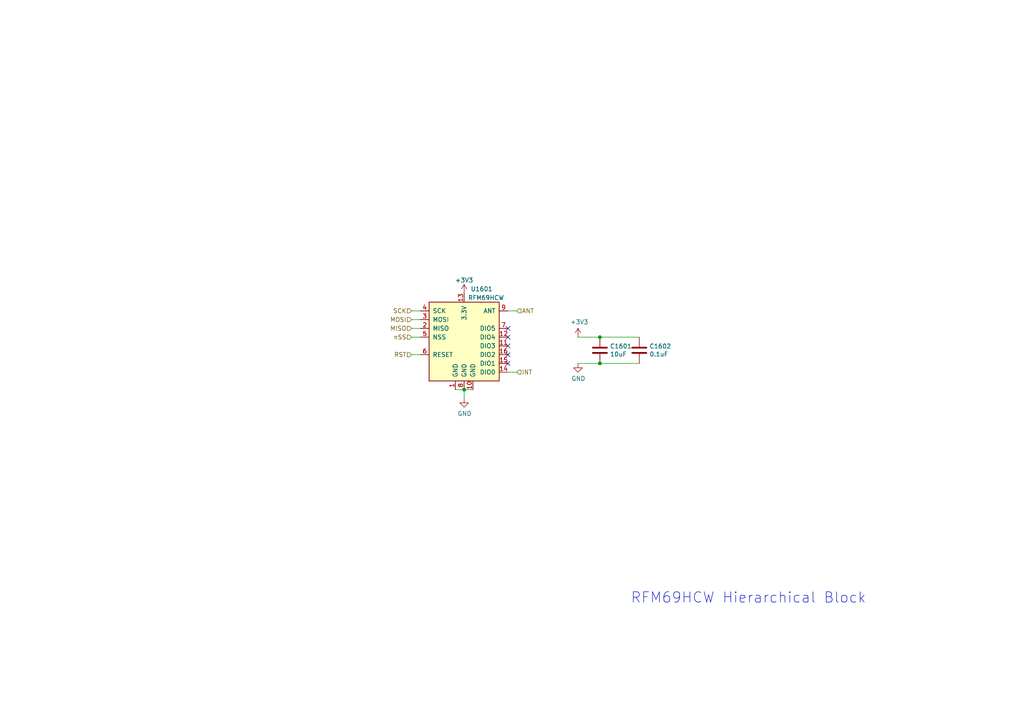
<source format=kicad_sch>
(kicad_sch (version 20211123) (generator eeschema)
  (paper "A4")
  (lib_symbols
    (symbol "Device:C" (pin_numbers hide) (pin_names (offset 0.254))
      (property "Reference" "C" (at 0.635 2.54 0))
      (property "Value" "C" (at 0.635 -2.54 0))
      (symbol "C_0_1"
        (polyline (pts (xy -2.032 -0.762) (xy 2.032 -0.762)) (stroke (width 0.508)))
        (polyline (pts (xy -2.032 0.762) (xy 2.032 0.762)) (stroke (width 0.508)))
      )
      (symbol "C_1_1"
        (pin passive line (at 0 3.81 270) (length 2.794) (name "~") (number "1"))
        (pin passive line (at 0 -3.81 90) (length 2.794) (name "~") (number "2"))
      )
    )
    (symbol "RF_Module:RFM69HCW" (pin_names (offset 1.016))
      (property "Reference" "U" (at -10.414 11.684 0))
      (property "Value" "RFM69HCW" (at 1.524 11.43 0))
      (symbol "RFM69HCW_0_1"
        (rectangle (start -10.16 10.16) (end 10.16 -12.7) (stroke (width 0.254)) (fill (type background)))
      )
      (symbol "RFM69HCW_1_1"
        (pin power_in line (at -2.54 -15.24 90) (length 2.54) (name "GND") (number "1"))
        (pin power_in line (at 2.54 -15.24 90) (length 2.54) (name "GND") (number "10"))
        (pin bidirectional line (at 12.7 -2.54 180) (length 2.54) (name "DIO3") (number "11"))
        (pin bidirectional line (at 12.7 0 180) (length 2.54) (name "DIO4") (number "12"))
        (pin power_in line (at 0 12.7 270) (length 2.54) (name "3.3V") (number "13"))
        (pin bidirectional line (at 12.7 -10.16 180) (length 2.54) (name "DIO0") (number "14"))
        (pin bidirectional line (at 12.7 -7.62 180) (length 2.54) (name "DIO1") (number "15"))
        (pin bidirectional line (at 12.7 -5.08 180) (length 2.54) (name "DIO2") (number "16"))
        (pin output line (at -12.7 2.54 0) (length 2.54) (name "MISO") (number "2"))
        (pin input line (at -12.7 5.08 0) (length 2.54) (name "MOSI") (number "3"))
        (pin input line (at -12.7 7.62 0) (length 2.54) (name "SCK") (number "4"))
        (pin input line (at -12.7 0 0) (length 2.54) (name "NSS") (number "5"))
        (pin bidirectional line (at -12.7 -5.08 0) (length 2.54) (name "RESET") (number "6"))
        (pin bidirectional line (at 12.7 2.54 180) (length 2.54) (name "DIO5") (number "7"))
        (pin power_in line (at 0 -15.24 90) (length 2.54) (name "GND") (number "8"))
        (pin bidirectional line (at 12.7 7.62 180) (length 2.54) (name "ANT") (number "9"))
      )
    )
    (symbol "power:+3.3V" (power) (pin_names (offset 0))
      (property "Value" "+3.3V" (at 0 3.556 0))
      (symbol "+3.3V_0_1"
        (polyline (pts (xy -0.762 1.27) (xy 0 2.54)))
        (polyline (pts (xy 0 0) (xy 0 2.54)))
        (polyline (pts (xy 0 2.54) (xy 0.762 1.27)))
      )
      (symbol "+3.3V_1_1"
        (pin power_in line (at 0 0 90) (length 0) hide (name "+3V3") (number "1"))
      )
    )
    (symbol "power:GND" (power) (pin_names (offset 0))
      (property "Value" "GND" (at 0 -3.81 0))
      (symbol "GND_0_1"
        (polyline (pts (xy 0 0) (xy 0 -1.27) (xy 1.27 -1.27) (xy 0 -2.54) (xy -1.27 -1.27) (xy 0 -1.27)))
      )
      (symbol "GND_1_1"
        (pin power_in line (at 0 0 270) (length 0) hide (name "GND") (number "1"))
      )
    )
  )
  (junction (at 173.99 97.79))
  (junction (at 134.62 113.03))
  (junction (at 173.99 105.41))
  (no_connect (at 147.32 102.87))
  (no_connect (at 147.32 100.33))
  (no_connect (at 147.32 95.25))
  (no_connect (at 147.32 105.41))
  (no_connect (at 147.32 97.79))
  (wire (pts (xy 173.99 105.41) (xy 167.64 105.41)))
  (wire (pts (xy 134.62 113.03) (xy 132.08 113.03)))
  (wire (pts (xy 121.92 97.79) (xy 119.38 97.79)))
  (wire (pts (xy 173.99 97.79) (xy 185.42 97.79)))
  (wire (pts (xy 149.86 90.17) (xy 147.32 90.17)))
  (wire (pts (xy 119.38 102.87) (xy 121.92 102.87)))
  (wire (pts (xy 119.38 95.25) (xy 121.92 95.25)))
  (wire (pts (xy 134.62 115.57) (xy 134.62 113.03)))
  (wire (pts (xy 149.86 107.95) (xy 147.32 107.95)))
  (wire (pts (xy 167.64 97.79) (xy 173.99 97.79)))
  (wire (pts (xy 121.92 92.71) (xy 119.38 92.71)))
  (wire (pts (xy 119.38 90.17) (xy 121.92 90.17)))
  (wire (pts (xy 137.16 113.03) (xy 134.62 113.03)))
  (wire (pts (xy 173.99 105.41) (xy 185.42 105.41)))
  (text "RFM69HCW Hierarchical Block\n" (at 182.88 175.26 0) (effects (font (size 2.9972 2.9972)) (justify left bottom)))
  (hierarchical_label "MISO" (shape input) (at 119.38 95.25 180))
  (hierarchical_label "ANT" (shape input) (at 149.86 90.17 0))
  (hierarchical_label "RST" (shape input) (at 119.38 102.87 180))
  (hierarchical_label "nSS" (shape input) (at 119.38 97.79 180))
  (hierarchical_label "MOSI" (shape input) (at 119.38 92.71 180))
  (hierarchical_label "SCK" (shape input) (at 119.38 90.17 180))
  (hierarchical_label "INT" (shape input) (at 149.86 107.95 0))
  (symbol (lib_id "power:+3.3V") (at 167.64 97.79 0) (unit 1)
    (property "Reference" "#PWR01603" (effects hide))
    (property "Value" "+3.3V" (at 168.021 93.3958 0))
  )
  (symbol (lib_id "Device:C") (at 173.99 101.6 0) (unit 1)
    (property "Reference" "C1601" (at 176.911 100.4316 0) (effects (justify left)))
    (property "Value" "10uF" (at 176.911 102.743 0) (effects (justify left)))
    (property "Footprint" "Capacitor_SMD:C_0603_1608Metric" (effects hide))
    (property "DIGIKEY" "490-13248-1-ND" (effects hide))
    (property "MANF" "GRM188R6YA106MA73D" (effects hide))
  )
  (symbol (lib_id "Device:C") (at 185.42 101.6 0) (unit 1)
    (property "Reference" "C1602" (at 188.341 100.4316 0) (effects (justify left)))
    (property "Value" "0.1uF" (at 188.341 102.743 0) (effects (justify left)))
    (property "Footprint" "Capacitor_SMD:C_0603_1608Metric" (effects hide))
    (property "DIGIKEY" "399-1100-1-ND" (effects hide))
    (property "MANF" "C0603C104Z3VACTU" (effects hide))
  )
  (symbol (lib_id "power:GND") (at 167.64 105.41 0) (unit 1)
    (property "Reference" "#PWR01604" (effects hide))
    (property "Value" "GND" (at 167.767 109.8042 0))
  )
  (symbol (lib_id "power:+3.3V") (at 134.62 85.09 0) (unit 1)
    (property "Reference" "#PWR01601" (effects hide))
    (property "Value" "+3.3V" (at 134.62 81.28 0))
  )
  (symbol (lib_id "power:GND") (at 134.62 115.57 0) (unit 1)
    (property "Reference" "#PWR01602" (effects hide))
    (property "Value" "GND" (at 134.747 119.9642 0))
  )
  (symbol (lib_id "RF_Module:RFM69HCW") (at 134.62 97.79 0) (unit 1)
    (property "Reference" "U1601" (at 139.7 83.82 0))
    (property "Value" "RFM69HCW" (at 140.97 86.36 0))
    (property "Footprint" "RF_Module:HOPERF_RFM69HW" (effects hide))
    (property "Datasheet" "https://www.hoperf.com/data/upload/portal/20181127/5bfcb8284d838.pdf" (effects hide))
    (property "DIGIKEY" "RFM69HW-433S2" (effects hide))
    (property "MANF" "RFM69HW-433S2-ND" (effects hide))
  )
)
</source>
